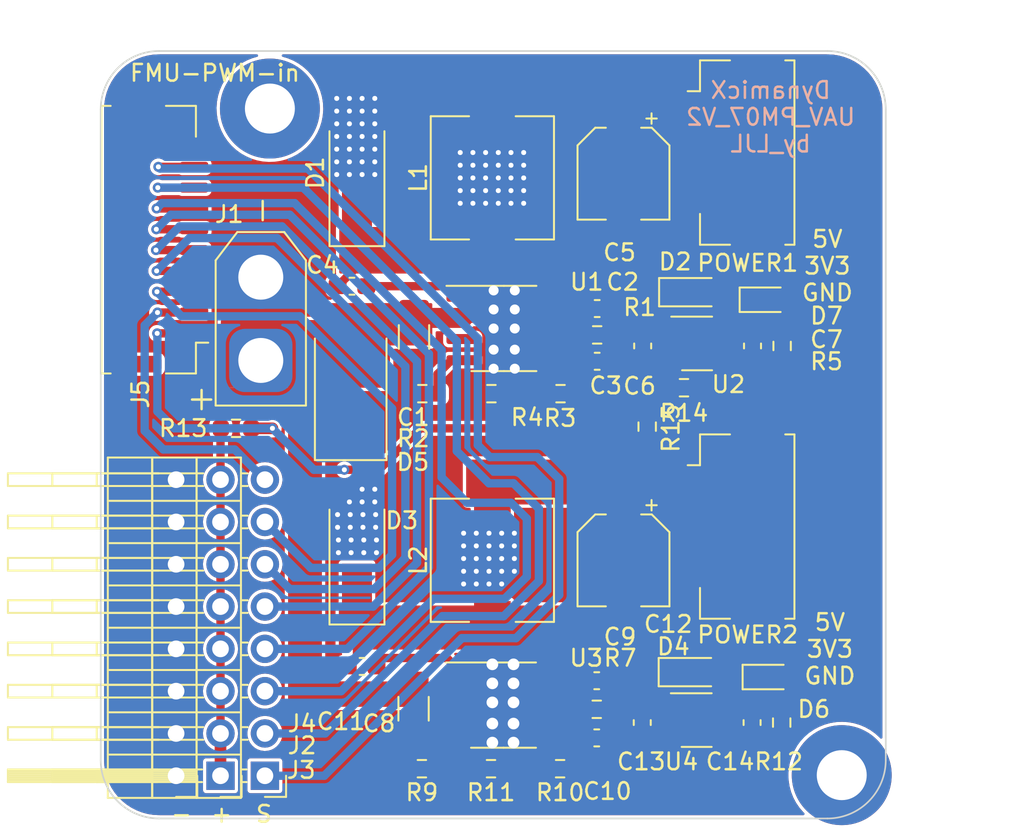
<source format=kicad_pcb>
(kicad_pcb (version 20211014) (generator pcbnew)
  (layers (0 "F.Cu" signal) (31 "B.Cu" signal) (34 "B.Paste" user) (35 "F.Paste" user) (36 "B.SilkS" user "B.Silkscreen") (37 "F.SilkS" user "F.Silkscreen") (38 "B.Mask" user) (39 "F.Mask" user) (44 "Edge.Cuts" user))
  (net 0 "")
  (net 1 "+24V")
  (net 2 "Earth")
  (net 3 "Net-(C2-Pad1)")
  (net 4 "Net-(C3-Pad1)")
  (net 5 "Net-(C4-Pad1)")
  (net 6 "Net-(C4-Pad2)")
  (net 7 "+5V")
  (net 8 "+3V3")
  (net 9 "Net-(R2-Pad1)")
  (net 10 "Net-(R3-Pad2)")
  (net 12 "/FMU_CH8")
  (net 13 "/FMU_CH7")
  (net 14 "/FMU_CH6")
  (net 15 "/FMU_CH5")
  (net 16 "/FMU_CH4")
  (net 17 "/FMU_CH3")
  (net 18 "/FMU_CH2")
  (net 19 "/FMU_CH1")
  (net 20 "/VDD_SERVO")
  (net 21 "Net-(C9-Pad1)")
  (net 22 "Net-(C10-Pad1)")
  (net 23 "Net-(C11-Pad1)")
  (net 24 "Net-(C11-Pad2)")
  (net 25 "/+5.0V")
  (net 26 "Net-(J2-Pad1)")
  (net 27 "Net-(R9-Pad1)")
  (net 28 "Net-(R10-Pad2)")
  (net 32 "/+3.3V")
  (net 33 "Net-(D6-Pad2)")
  (net 34 "Net-(D7-Pad2)")
  (footprint "Diode_SMD:D_SOD-323_HandSoldering" (layer "F.Cu") (at 104.3946 79.8166)
    (fp_text reference "D4")
    (fp_text value "1N4148")
  )
  (footprint "Capacitor_SMD:C_0603_1608Metric_Pad1.08x0.95mm_HandSolder" (layer "F.Cu") (at 84.074 56.642 180)
    (fp_text reference "C4")
    (fp_text value "100nF")
  )
  (footprint "Package_SO:SOIC-8-1EP_3.9x4.9mm_P1.27mm_EP2.29x3mm" (layer "F.Cu") (at 93.1746 81.7966)
    (fp_text reference "U3")
    (fp_text value "TPS54540B")
  )
  (footprint "Resistor_SMD:R_0603_1608Metric_Pad0.98x0.95mm_HandSolder" (layer "F.Cu") (at 92.4246 85.6166 180)
    (fp_text reference "R11")
    (fp_text value "12k")
  )
  (footprint "Resistor_SMD:R_0603_1608Metric_Pad0.98x0.95mm_HandSolder" (layer "F.Cu") (at 98.7746 82.049932)
    (fp_text reference "R7")
    (fp_text value "24k")
  )
  (footprint "Connector_AMASS:AMASS_XT30U-M_1x02_P5.0mm_Vertical" (layer "F.Cu") (at 78.6 56.1 -90)
    (fp_text reference "J1")
    (fp_text value "Conn_01x02")
  )
  (footprint "Resistor_SMD:R_0603_1608Metric_Pad0.98x0.95mm_HandSolder" (layer "F.Cu") (at 96.5746 85.6166 180)
    (fp_text reference "R10")
    (fp_text value "62k")
  )
  (footprint "Inductor_SMD:L_7.3x7.3_H4.5" (layer "F.Cu") (at 92.5068 50.1348 90)
    (fp_text reference "L1")
    (fp_text value "3.3uH")
  )
  (footprint "Connector_PinHeader_2.54mm:PinHeader_1x08_P2.54mm_Horizontal" (layer "F.Cu") (at 73.5138 86.0402 180)
    (fp_text reference "J4")
    (fp_text value "Conn_01x08")
  )
  (footprint "Resistor_SMD:R_0603_1608Metric_Pad0.98x0.95mm_HandSolder" (layer "F.Cu") (at 88.2746 85.6166 180)
    (fp_text reference "R9")
    (fp_text value "120k")
  )
  (footprint "Connector_Molex:Molex_CLIK-Mate_502382-0670_1x06-1MP_P1.25mm_Vertical" (layer "F.Cu") (at 107.0356 48.6156 -90)
    (fp_text reference "POWER1")
    (fp_text value "Conn_01x06")
  )
  (footprint "Capacitor_SMD:CP_Elec_5x5.4" (layer "F.Cu") (at 100.3808 49.8848 -90)
    (fp_text reference "C5")
    (fp_text value "47uF")
  )
  (footprint "Resistor_SMD:R_0603_1608Metric_Pad0.98x0.95mm_HandSolder" (layer "F.Cu") (at 88.3 63.095 180)
    (fp_text reference "R2")
    (fp_text value "100k")
  )
  (footprint "Capacitor_SMD:C_0603_1608Metric_Pad1.08x0.95mm_HandSolder" (layer "F.Cu") (at 108.129 60.23 -90)
    (fp_text reference "C7")
    (fp_text value "10uF")
  )
  (footprint "Capacitor_SMD:C_0603_1608Metric_Pad1.08x0.95mm_HandSolder" (layer "F.Cu") (at 101.5076 82.8466 90)
    (fp_text reference "C13")
    (fp_text value "10uF")
  )
  (footprint "Capacitor_SMD:C_0603_1608Metric_Pad1.08x0.95mm_HandSolder" (layer "F.Cu") (at 98.8 57.983333 180)
    (fp_text reference "C2")
    (fp_text value "2.2nF")
  )
  (footprint "Resistor_SMD:R_0603_1608Metric_Pad0.98x0.95mm_HandSolder" (layer "F.Cu") (at 77.1144 65.1764 180)
    (fp_text reference "R13")
    (fp_text value "0")
  )
  (footprint "Capacitor_SMD:C_0603_1608Metric_Pad1.08x0.95mm_HandSolder" (layer "F.Cu") (at 98.8 61.15)
    (fp_text reference "C3")
    (fp_text value "6.8pF")
  )
  (footprint "Capacitor_SMD:CP_Elec_5x5.4" (layer "F.Cu") (at 100.3808 73.1066 -90)
    (fp_text reference "C12")
    (fp_text value "47uF")
  )
  (footprint "Capacitor_SMD:C_0603_1608Metric_Pad1.08x0.95mm_HandSolder" (layer "F.Cu") (at 84.6836 79.4766 180)
    (fp_text reference "C11")
    (fp_text value "100nF")
  )
  (footprint "Diode_SMD:D_SMA_Handsoldering" (layer "F.Cu") (at 84.3746 72.5566 90)
    (fp_text reference "D3")
    (fp_text value "S510")
  )
  (footprint "Capacitor_SMD:C_0603_1608Metric_Pad1.08x0.95mm_HandSolder" (layer "F.Cu") (at 98.7746 83.7666)
    (fp_text reference "C10")
    (fp_text value "6.8pF")
  )
  (footprint "Connector_Molex:Molex_CLIK-Mate_502382-1070_1x10-1MP_P1.25mm_Vertical" (layer "F.Cu") (at 72.644 53.848 90)
    (fp_text reference "J5")
    (fp_text value "Conn_01x10")
  )
  (footprint "Resistor_SMD:R_0603_1608Metric_Pad0.98x0.95mm_HandSolder" (layer "F.Cu") (at 109.8816 82.8466 -90)
    (fp_text reference "R12")
    (fp_text value "1k")
  )
  (footprint "Package_SO:SOIC-8-1EP_3.9x4.9mm_P1.27mm_EP2.29x3mm" (layer "F.Cu") (at 93.2 59.18)
    (fp_text reference "U1")
    (fp_text value "TPS54540B")
  )
  (footprint "Resistor_SMD:R_0603_1608Metric_Pad0.98x0.95mm_HandSolder" (layer "F.Cu") (at 98.8 59.566666)
    (fp_text reference "R1")
    (fp_text value "24k")
  )
  (footprint "Capacitor_SMD:C_1206_3216Metric_Pad1.33x1.80mm_HandSolder" (layer "F.Cu") (at 87.7746 82.0166 -90)
    (fp_text reference "C8")
    (fp_text value "2.2uF")
  )
  (footprint "Resistor_SMD:R_0603_1608Metric_Pad0.98x0.95mm_HandSolder" (layer "F.Cu") (at 109.907 60.23 90)
    (fp_text reference "R5")
    (fp_text value "1k")
  )
  (footprint "Diode_SMD:D_SOD-323_HandSoldering" (layer "F.Cu") (at 104.42 57)
    (fp_text reference "D2")
    (fp_text value "1N4148")
  )
  (footprint "Package_TO_SOT_SMD:SOT-23-5_HandSoldering" (layer "F.Cu") (at 104.8 60.08)
    (fp_text reference "U2")
    (fp_text value "HX9193-33GB")
  )
  (footprint "LED_SMD:LED_0603_1608Metric_Pad1.05x0.95mm_HandSolder" (layer "F.Cu") (at 109.0168 57.4548)
    (fp_text reference "D7")
    (fp_text value "LED")
  )
  (footprint "Capacitor_SMD:C_1206_3216Metric_Pad1.33x1.80mm_HandSolder" (layer "F.Cu") (at 87.8 59.69 -90)
    (fp_text reference "C1")
    (fp_text value "2.2uF")
  )
  (footprint "Capacitor_SMD:C_0603_1608Metric_Pad1.08x0.95mm_HandSolder" (layer "F.Cu") (at 98.7746 80.333266 180)
    (fp_text reference "C9")
    (fp_text value "4.7nF")
  )
  (footprint "Package_TO_SOT_SMD:SOT-23-5_HandSoldering" (layer "F.Cu") (at 104.7746 82.6966)
    (fp_text reference "U4")
    (fp_text value "HX9193-33GB")
  )
  (footprint "LED_SMD:LED_0603_1608Metric_Pad1.05x0.95mm_HandSolder" (layer "F.Cu") (at 109.1946 80.1116)
    (fp_text reference "D6")
    (fp_text value "LED")
  )
  (footprint "Diode_SMD:D_SMB_Handsoldering" (layer "F.Cu") (at 84 62.484 90)
    (fp_text reference "D5")
    (fp_text value "D_TVS")
  )
  (footprint "Capacitor_SMD:C_0603_1608Metric_Pad1.08x0.95mm_HandSolder" (layer "F.Cu") (at 101.533 60.23 90)
    (fp_text reference "C6")
    (fp_text value "10uF")
  )
  (footprint "Capacitor_SMD:C_0603_1608Metric_Pad1.08x0.95mm_HandSolder" (layer "F.Cu") (at 108.1036 82.8466 -90)
    (fp_text reference "C14")
    (fp_text value "10uF")
  )
  (footprint "Resistor_SMD:R_0603_1608Metric_Pad0.98x0.95mm_HandSolder" (layer "F.Cu") (at 101.8032 65.0748 90)
    (fp_text reference "R15")
    (fp_text value "1M")
  )
  (footprint "Resistor_SMD:R_0603_1608Metric_Pad0.98x0.95mm_HandSolder" (layer "F.Cu") (at 96.6 63.095 180)
    (fp_text reference "R3")
    (fp_text value "62k")
  )
  (footprint "Connector_PinHeader_2.54mm:PinHeader_1x08_P2.54mm_Horizontal" (layer "F.Cu") (at 78.8478 86.0402 180)
    (fp_text reference "J3")
    (fp_text value "Conn_01x08")
  )
  (footprint "Inductor_SMD:L_7.3x7.3_H4.5" (layer "F.Cu") (at 92.5068 73.1012 90)
    (fp_text reference "L2")
    (fp_text value "4.7uH")
  )
  (footprint "Diode_SMD:D_SMA_Handsoldering" (layer "F.Cu") (at 84.3746 49.8348 90)
    (fp_text reference "D1")
    (fp_text value "SS54")
  )
  (footprint "Resistor_SMD:R_0603_1608Metric_Pad0.98x0.95mm_HandSolder" (layer "F.Cu") (at 104.013 62.738)
    (fp_text reference "R14")
    (fp_text value "1M")
  )
  (footprint "Connector_Molex:Molex_CLIK-Mate_502382-0670_1x06-1MP_P1.25mm_Vertical" (layer "F.Cu") (at 107.0356 71.0766 -90)
    (fp_text reference "POWER2")
    (fp_text value "Conn_01x06")
  )
  (footprint "Resistor_SMD:R_0603_1608Metric_Pad0.98x0.95mm_HandSolder" (layer "F.Cu") (at 92.45 63.095 180)
    (fp_text reference "R4")
    (fp_text value "12k")
  )
  (footprint "Connector_PinHeader_2.54mm:PinHeader_1x08_P2.54mm_Horizontal" (layer "F.Cu") (at 76.1808 86.0402 180)
    (fp_text reference "J2")
    (fp_text value "Conn_01x08")
  )
  (gr_arc (start 72.493072 88.60628) (mid 70.01348 87.5792) (end 68.9864 85.099608) (layer "Edge.Cuts") (width 0.1))
  (gr_line (start 116.130272 46.0248) (end 116.130272 85.099608) (layer "Edge.Cuts") (width 0.1))
  (gr_line (start 112.6236 88.60628) (end 72.493072 88.60628) (layer "Edge.Cuts") (width 0.1))
  (gr_arc (start 112.6236 42.518128) (mid 115.103192 43.545208) (end 116.130272 46.0248) (layer "Edge.Cuts") (width 0.1))
  (gr_line (start 68.9864 46.0248) (end 68.9864 85.099608) (layer "Edge.Cuts") (width 0.1))
  (gr_arc (start 68.9864 46.0248) (mid 70.01348 43.545208) (end 72.493072 42.518128) (layer "Edge.Cuts") (width 0.1))
  (gr_arc (start 116.130272 85.099608) (mid 115.103192 87.5792) (end 112.6236 88.60628) (layer "Edge.Cuts") (width 0.1))
  (gr_line (start 112.6236 42.518128) (end 72.493072 42.518128) (layer "Edge.Cuts") (width 0.1))
  (gr_text "DynamicX\nUAV_PM07_V2\nby_LJL" (at 109.22 46.482) (layer "B.SilkS") (effects (font (size 1 1)) (justify mirror)))
  (gr_text "S" (at 78.7908 88.3412) (layer "F.SilkS") (effects (font (size 1 1))))
  (gr_text "-" (at 73.8378 88.3412) (layer "F.SilkS") (effects (font (size 1 1))))
  (gr_text "5V\n3V3\nGND" (at 112.6236 55.4228) (layer "F.SilkS") (effects (font (size 1 1))))
  (gr_text "5V\n3V3\nGND" (at 112.776 78.4352) (layer "F.SilkS") (effects (font (size 1 1))))
  (gr_text "FMU-PWM-in" (at 75.8444 43.8404) (layer "F.SilkS") (effects (font (size 1 1))))
  (gr_text "+" (at 76.2508 88.3412) (layer "F.SilkS") (effects (font (size 1 1))))
  (via (at 113.4872 86.0044) (size 6) (drill 3) (layers "F.Cu" "B.Cu") (net 0))
  (via (at 79.1464 45.974) (size 6) (drill 3) (layers "F.Cu" "B.Cu") (net 0))
  (segment (start 87.7746 80.4541) (end 87.7746 80.6626) (width 1.2) (layer "F.Cu") (net 1))
  (segment (start 88.2736 81.1616) (end 90.6996 81.1616) (width 1.2) (layer "F.Cu") (net 1))
  (segment (start 87.7746 80.6626) (end 88.2736 81.1616) (width 1.2) (layer "F.Cu") (net 1))
  (segment (start 90.725 58.545) (end 88.2175 58.545) (width 1.2) (layer "F.Cu") (net 1))
  (segment (start 88.2175 58.545) (end 87.8 58.1275) (width 1.2) (layer "F.Cu") (net 1))
  (via (at 93.8276 72.9996) (size 0.6) (drill 0.3) (layers "F.Cu" "B.Cu") (net 2))
  (via (at 83.1596 49.9364) (size 0.6) (drill 0.3) (layers "F.Cu" "B.Cu") (net 2))
  (via (at 93.0656 73.7616) (size 0.6) (drill 0.3) (layers "F.Cu" "B.Cu") (net 2))
  (via (at 84.6836 47.6504) (size 0.6) (drill 0.3) (layers "F.Cu" "B.Cu") (net 2))
  (via (at 92.1004 50.1396) (size 0.6) (drill 0.3) (layers "F.Cu" "B.Cu") (net 2))
  (via (at 84.6836 48.4124) (size 0.6) (drill 0.3) (layers "F.Cu" "B.Cu") (net 2))
  (via (at 85.4456 45.3644) (size 0.6) (drill 0.3) (layers "F.Cu" "B.Cu") (net 2))
  (via (at 92.5068 80.4926) (size 1) (drill 0.7) (layers "F.Cu" "B.Cu") (net 2))
  (via (at 83.1596 46.1264) (size 0.6) (drill 0.3) (layers "F.Cu" "B.Cu") (net 2))
  (via (at 85.4456 69.596) (size 0.6) (drill 0.3) (layers "F.Cu" "B.Cu") (net 2))
  (via (at 84.7344 71.12) (size 0.6) (drill 0.3) (layers "F.Cu" "B.Cu") (net 2))
  (via (at 93.8276 73.7616) (size 0.6) (drill 0.3) (layers "F.Cu" "B.Cu") (net 2))
  (via (at 91.3384 49.3776) (size 0.6) (drill 0.3) (layers "F.Cu" "B.Cu") (net 2))
  (via (at 90.5764 49.3776) (size 0.6) (drill 0.3) (layers "F.Cu" "B.Cu") (net 2))
  (via (at 94.3864 50.1396) (size 0.6) (drill 0.3) (layers "F.Cu" "B.Cu") (net 2))
  (via (at 83.2104 71.12) (size 0.6) (drill 0.3) (layers "F.Cu" "B.Cu") (net 2))
  (via (at 91.5416 73.7616) (size 0.6) (drill 0.3) (layers "F.Cu" "B.Cu") (net 2))
  (via (at 84.0232 72.644) (size 0.6) (drill 0.3) (layers "F.Cu" "B.Cu") (net 2))
  (via (at 84.6836 49.9364) (size 0.6) (drill 0.3) (layers "F.Cu" "B.Cu") (net 2))
  (via (at 92.8624 49.3776) (size 0.6) (drill 0.3) (layers "F.Cu" "B.Cu") (net 2))
  (via (at 90.7796 72.2376) (size 0.6) (drill 0.3) (layers "F.Cu" "B.Cu") (net 2))
  (via (at 91.3384 51.6636) (size 0.6) (drill 0.3) (layers "F.Cu" "B.Cu") (net 2))
  (via (at 92.5068 82.9056) (size 1) (drill 0.7) (layers "F.Cu" "B.Cu") (net 2))
  (via (at 83.1596 46.8884) (size 0.6) (drill 0.3) (layers "F.Cu" "B.Cu") (net 2))
  (via (at 83.9724 70.358) (size 0.6) (drill 0.3) (layers "F.Cu" "B.Cu") (net 2))
  (via (at 85.4456 68.834) (size 0.6) (drill 0.3) (layers "F.Cu" "B.Cu") (net 2))
  (via (at 83.9216 45.3644) (size 0.6) (drill 0.3) (layers "F.Cu" "B.Cu") (net 2))
  (via (at 93.0656 72.9996) (size 0.6) (drill 0.3) (layers "F.Cu" "B.Cu") (net 2))
  (via (at 83.9216 46.8884) (size 0.6) (drill 0.3) (layers "F.Cu" "B.Cu") (net 2))
  (via (at 91.5416 74.5236) (size 0.6) (drill 0.3) (layers "F.Cu" "B.Cu") (net 2))
  (via (at 92.1004 51.6636) (size 0.6) (drill 0.3) (layers "F.Cu" "B.Cu") (net 2))
  (via (at 92.5068 79.3496) (size 1) (drill 0.7) (layers "F.Cu" "B.Cu") (net 2))
  (via (at 92.583 59.182) (size 1) (drill 0.6) (layers "F.Cu" "B.Cu") (net 2))
  (via (at 90.5764 48.6156) (size 0.6) (drill 0.3) (layers "F.Cu" "B.Cu") (net 2))
  (via (at 91.3384 48.6156) (size 0.6) (drill 0.3) (layers "F.Cu" "B.Cu") (net 2))
  (via (at 85.4456 49.1744) (size 0.6) (drill 0.3) (layers "F.Cu" "B.Cu") (net 2))
  (via (at 93.853 61.595) (size 1) (drill 0.6) (layers "F.Cu" "B.Cu") (net 2))
  (via (at 92.8624 50.9016) (size 0.6) (drill 0.3) (layers "F.Cu" "B.Cu") (net 2))
  (via (at 85.5472 71.882) (size 0.6) (drill 0.3) (layers "F.Cu" "B.Cu") (net 2))
  (via (at 83.1596 47.6504) (size 0.6) (drill 0.3) (layers "F.Cu" "B.Cu") (net 2))
  (via (at 93.6244 48.6156) (size 0.6) (drill 0.3) (layers "F.Cu" "B.Cu") (net 2))
  (via (at 93.853 58.039) (size 1) (drill 0.6) (layers "F.Cu" "B.Cu") (net 2))
  (via (at 83.9216 46.1264) (size 0.6) (drill 0.3) (layers "F.Cu" "B.Cu") (net 2))
  (via (at 83.9216 69.596) (size 0.6) (drill 0.3) (layers "F.Cu" "B.Cu") (net 2))
  (via (at 93.6244 51.6636) (size 0.6) (drill 0.3) (layers "F.Cu" "B.Cu") (net 2))
  (via (at 92.5068 81.6356) (size 1) (drill 0.7) (layers "F.Cu" "B.Cu") (net 2))
  (via (at 91.3384 50.9016) (size 0.6) (drill 0.3) (layers "F.Cu" "B.Cu") (net 2))
  (via (at 93.8276 72.2376) (size 0.6) (drill 0.3) (layers "F.Cu" "B.Cu") (net 2))
  (via (at 83.9216 47.6504) (size 0.6) (drill 0.3) (layers "F.Cu" "B.Cu") (net 2))
  (via (at 91.5416 72.2376) (size 0.6) (drill 0.3) (layers "F.Cu" "B.Cu") (net 2))
  (via (at 94.3864 50.9016) (size 0.6) (drill 0.3) (layers "F.Cu" "B.Cu") (net 2))
  (via (at 84.6836 46.8884) (size 0.6) (drill 0.3) (layers "F.Cu" "B.Cu") (net 2))
  (via (at 92.583 61.595) (size 1) (drill 0.6) (layers "F.Cu" "B.Cu") (net 2))
  (via (at 93.0656 71.4756) (size 0.6) (drill 0.3) (layers "F.Cu" "B.Cu") (net 2))
  (via (at 85.4456 49.9364) (size 0.6) (drill 0.3) (layers "F.Cu" "B.Cu") (net 2))
  (via (at 83.1596 49.1744) (size 0.6) (drill 0.3) (layers "F.Cu" "B.Cu") (net 2))
  (via (at 93.0656 72.2376) (size 0.6) (drill 0.3) (layers "F.Cu" "B.Cu") (net 2))
  (via (at 92.3036 72.2376) (size 0.6) (drill 0.3) (layers "F.Cu" "B.Cu") (net 2))
  (via (at 93.7768 81.6356) (size 1) (drill 0.7) (layers "F.Cu" "B.Cu") (net 2))
  (via (at 83.2104 70.358) (size 0.6) (drill 0.3) (layers "F.Cu" "B.Cu") (net 2))
  (via (at 93.6244 49.3776) (size 0.6) (drill 0.3) (layers "F.Cu" "B.Cu") (net 2))
  (via (at 84.0232 71.882) (size 0.6) (drill 0.3) (layers "F.Cu" "B.Cu") (net 2))
  (via (at 84.6836 46.1264) (size 0.6) (drill 0.3) (layers "F.Cu" "B.Cu") (net 2))
  (via (at 90.7796 74.5236) (size 0.6) (drill 0.3) (layers "F.Cu" "B.Cu") (net 2))
  (via (at 83.1596 48.4124) (size 0.6) (drill 0.3) (layers "F.Cu" "B.Cu") (net 2))
  (via (at 85.4456 46.8884) (size 0.6) (drill 0.3) (layers "F.Cu" "B.Cu") (net 2))
  (via (at 93.7768 84.0486) (size 1) (drill 0.7) (layers "F.Cu" "B.Cu") (net 2))
  (via (at 93.6244 50.1396) (size 0.6) (drill 0.3) (layers "F.Cu" "B.Cu") (net 2))
  (via (at 92.583 56.896) (size 1) (drill 0.6) (layers "F.Cu" "B.Cu") (net 2))
  (via (at 85.4456 46.1264) (size 0.6) (drill 0.3) (layers "F.Cu" "B.Cu") (net 2))
  (via (at 92.3036 73.7616) (size 0.6) (drill 0.3) (layers "F.Cu" "B.Cu") (net 2))
  (via (at 85.5472 72.644) (size 0.6) (drill 0.3) (layers "F.Cu" "B.Cu") (net 2))
  (via (at 94.3864 51.6636) (size 0.6) (drill 0.3) (layers "F.Cu" "B.Cu") (net 2))
  (via (at 93.7768 80.4926) (size 1) (drill 0.7) (layers "F.Cu" "B.Cu") (net 2))
  (via (at 91.5416 72.9996) (size 0.6) (drill 0.3) (layers "F.Cu" "B.Cu") (net 2))
  (via (at 85.4456 47.6504) (size 0.6) (drill 0.3) (layers "F.Cu" "B.Cu") (net 2))
  (via (at 84.6836 45.3644) (size 0.6) (drill 0.3) (layers "F.Cu" "B.Cu") (net 2))
  (via (at 92.8624 48.6156) (size 0.6) (drill 0.3) (layers "F.Cu" "B.Cu") (net 2))
  (via (at 83.9216 48.4124) (size 0.6) (drill 0.3) (layers "F.Cu" "B.Cu") (net 2))
  (via (at 93.0656 74.5236) (size 0.6) (drill 0.3) (layers "F.Cu" "B.Cu") (net 2))
  (via (at 94.3864 48.6156) (size 0.6) (drill 0.3) (layers "F.Cu" "B.Cu") (net 2))
  (via (at 85.4964 70.358) (size 0.6) (drill 0.3) (layers "F.Cu" "B.Cu") (net 2))
  (via (at 93.7768 82.9056) (size 1) (drill 0.7) (layers "F.Cu" "B.Cu") (net 2))
  (via (at 83.9724 71.12) (size 0.6) (drill 0.3) (layers "F.Cu" "B.Cu") (net 2))
  (via (at 92.583 60.452) (size 1) (drill 0.6) (layers "F.Cu" "B.Cu") (net 2))
  (via (at 90.5764 50.9016) (size 0.6) (drill 0.3) (layers "F.Cu" "B.Cu") (net 2))
  (via (at 83.2612 71.882) (size 0.6) (drill 0.3) (layers "F.Cu" "B.Cu") (net 2))
  (via (at 85.4456 48.4124) (size 0.6) (drill 0.3) (layers "F.Cu" "B.Cu") (net 2))
  (via (at 84.6836 49.1744) (size 0.6) (drill 0.3) (layers "F.Cu" "B.Cu") (net 2))
  (via (at 93.8276 71.4756) (size 0.6) (drill 0.3) (layers "F.Cu" "B.Cu") (net 2))
  (via (at 92.3036 72.9996) (size 0.6) (drill 0.3) (layers "F.Cu" "B.Cu") (net 2))
  (via (at 94.3864 49.3776) (size 0.6) (drill 0.3) (layers "F.Cu" "B.Cu") (net 2))
  (via (at 93.853 59.182) (size 1) (drill 0.6) (layers "F.Cu" "B.Cu") (net 2))
  (via (at 90.7796 73.7616) (size 0.6) (drill 0.3) (layers "F.Cu" "B.Cu") (net 2))
  (via (at 92.8624 51.6636) (size 0.6) (drill 0.3) (layers "F.Cu" "B.Cu") (net 2))
  (via (at 84.7852 71.882) (size 0.6) (drill 0.3) (layers "F.Cu" "B.Cu") (net 2))
  (via (at 93.853 60.452) (size 1) (drill 0.6) (layers "F.Cu" "B.Cu") (net 2))
  (via (at 83.1596 45.3644) (size 0.6) (drill 0.3) (layers "F.Cu" "B.Cu") (net 2))
  (via (at 90.5764 50.1396) (size 0.6) (drill 0.3) (layers "F.Cu" "B.Cu") (net 2))
  (via (at 93.6244 50.9016) (size 0.6) (drill 0.3) (layers "F.Cu" "B.Cu") (net 2))
  (via (at 93.853 56.896) (size 1) (drill 0.6) (layers "F.Cu" "B.Cu") (net 2))
  (via (at 91.3384 50.1396) (size 0.6) (drill 0.3) (layers "F.Cu" "B.Cu") (net 2))
  (via (at 90.7796 72.9996) (size 0.6) (drill 0.3) (layers "F.Cu" "B.Cu") (net 2))
  (via (at 83.9216 49.1744) (size 0.6) (drill 0.3) (layers "F.Cu" "B.Cu") (net 2))
  (via (at 84.6836 69.596) (size 0.6) (drill 0.3) (layers "F.Cu" "B.Cu") (net 2))
  (via (at 92.5068 84.0486) (size 1) (drill 0.7) (layers "F.Cu" "B.Cu") (net 2))
  (via (at 90.5764 51.6636) (size 0.6) (drill 0.3) (layers "F.Cu" "B.Cu") (net 2))
  (via (at 91.5416 71.4756) (size 0.6) (drill 0.3) (layers "F.Cu" "B.Cu") (net 2))
  (via (at 84.6836 68.834) (size 0.6) (drill 0.3) (layers "F.Cu" "B.Cu") (net 2))
  (via (at 92.583 58.039) (size 1) (drill 0.6) (layers "F.Cu" "B.Cu") (net 2))
  (via (at 92.8624 50.1396) (size 0.6) (drill 0.3) (layers "F.Cu" "B.Cu") (net 2))
  (via (at 93.7768 79.3496) (size 1) (drill 0.7) (layers "F.Cu" "B.Cu") (net 2))
  (via (at 84.7344 70.358) (size 0.6) (drill 0.3) (layers "F.Cu" "B.Cu") (net 2))
  (via (at 90.7796 71.4756) (size 0.6) (drill 0.3) (layers "F.Cu" "B.Cu") (net 2))
  (via (at 92.1004 50.9016) (size 0.6) (drill 0.3) (layers "F.Cu" "B.Cu") (net 2))
  (via (at 83.2612 72.644) (size 0.6) (drill 0.3) (layers "F.Cu" "B.Cu") (net 2))
  (via (at 92.1004 49.3776) (size 0.6) (drill 0.3) (layers "F.Cu" "B.Cu") (net 2))
  (via (at 84.7852 72.644) (size 0.6) (drill 0.3) (layers "F.Cu" "B.Cu") (net 2))
  (via (at 92.3036 74.5236) (size 0.6) (drill 0.3) (layers "F.Cu" "B.Cu") (net 2))
  (via (at 85.4964 71.12) (size 0.6) (drill 0.3) (layers "F.Cu" "B.Cu") (net 2))
  (via (at 92.1004 48.6156) (size 0.6) (drill 0.3) (layers "F.Cu" "B.Cu") (net 2))
  (via (at 92.3036 71.4756) (size 0.6) (drill 0.3) (layers "F.Cu" "B.Cu") (net 2))
  (via (at 83.9216 49.9364) (size 0.6) (drill 0.3) (layers "F.Cu" "B.Cu") (net 2))
  (segment (start 99.6625 59.516666) (end 99.7125 59.566666) (width 0.5) (layer "F.Cu") (net 3))
  (segment (start 99.6625 57.983333) (end 99.6625 59.516666) (width 0.5) (layer "F.Cu") (net 3))
  (segment (start 97.8875 61.1) (end 97.9375 61.15) (width 0.5) (layer "F.Cu") (net 4))
  (segment (start 95.675 59.815) (end 97.639166 59.815) (width 0.5) (layer "F.Cu") (net 4))
  (segment (start 97.8875 59.566666) (end 97.8875 61.1) (width 0.5) (layer "F.Cu") (net 4))
  (segment (start 97.639166 59.815) (end 97.8875 59.566666) (width 0.5) (layer "F.Cu") (net 4))
  (segment (start 84.9365 56.642) (end 90.092 56.642) (width 0.5) (layer "F.Cu") (net 5))
  (segment (start 90.092 56.642) (end 90.725 57.275) (width 0.5) (layer "F.Cu") (net 5))
  (segment (start 84.4 52.46) (end 84.4 55.4535) (width 0.5) (layer "F.Cu") (net 6))
  (segment (start 84.4 55.4535) (end 83.2115 56.642) (width 0.5) (layer "F.Cu") (net 6))
  (segment (start 101.9048 49.2088) (end 100.3808 47.6848) (width 0.5) (layer "F.Cu") (net 7))
  (segment (start 103.17 57) (end 103.17 55.3164) (width 0.5) (layer "F.Cu") (net 7))
  (segment (start 104.679511 60.674489) (end 104.679511 59.467511) (width 0.5) (layer "F.Cu") (net 7))
  (segment (start 104.679511 59.467511) (end 104.342 59.13) (width 0.5) (layer "F.Cu") (net 7))
  (segment (start 104.324 61.03) (end 104.679511 60.674489) (width 0.5) (layer "F.Cu") (net 7))
  (segment (start 103.45 61.03) (end 104.324 61.03) (width 0.5) (layer "F.Cu") (net 7))
  (segment (start 101.533 62.17) (end 102.5325 62.17) (width 0.5) (layer "F.Cu") (net 7))
  (segment (start 102.5325 62.17) (end 103.1005 62.738) (width 0.5) (layer "F.Cu") (net 7))
  (segment (start 100.608 63.095) (end 101.533 62.17) (width 0.5) (layer "F.Cu") (net 7))
  (segment (start 101.9048 54.0512) (end 101.9048 49.2088) (width 0.5) (layer "F.Cu") (net 7))
  (segment (start 104.342 59.13) (end 103.45 59.13) (width 0.5) (layer "F.Cu") (net 7))
  (segment (start 101.533 61.0925) (end 103.3875 61.0925) (width 0.5) (layer "F.Cu") (net 7))
  (segment (start 103.3875 61.0925) (end 103.45 61.03) (width 0.5) (layer "F.Cu") (net 7))
  (segment (start 97.5125 63.095) (end 100.608 63.095) (width 0.5) (layer "F.Cu") (net 7))
  (segment (start 101.533 62.17) (end 101.533 61.0925) (width 0.5) (layer "F.Cu") (net 7))
  (segment (start 103.17 55.3164) (end 101.9048 54.0512) (width 0.5) (layer "F.Cu") (net 7))
  (segment (start 103.17 58.85) (end 103.45 59.13) (width 0.5) (layer "F.Cu") (net 7))
  (segment (start 103.17 57) (end 103.17 58.85) (width 0.5) (layer "F.Cu") (net 7))
  (segment (start 108.129 59.3675) (end 109.857 59.3675) (width 0.5) (layer "F.Cu") (net 8))
  (segment (start 103.2256 53.086) (end 105.67 55.5304) (width 0.7) (layer "F.Cu") (net 8))
  (segment (start 106.7308 48.9712) (end 106.4614 49.2406) (width 0.7) (layer "F.Cu") (net 8))
  (segment (start 106.309 47.9906) (end 106.7308 48.4124) (width 0.7) (layer "F.Cu") (net 8))
  (segment (start 107.8915 59.13) (end 108.129 59.3675) (width 0.5) (layer "F.Cu") (net 8))
  (segment (start 103.2256 49.6316) (end 103.2256 53.086) (width 0.7) (layer "F.Cu") (net 8))
  (segment (start 108.129 59.3675) (end 106.934 58.1725) (width 0.5) (layer "F.Cu") (net 8))
  (segment (start 106.15 59.13) (end 107.8915 59.13) (width 0.5) (layer "F.Cu") (net 8))
  (segment (start 103.6166 49.2406) (end 103.2256 49.6316) (width 0.7) (layer "F.Cu") (net 8))
  (segment (start 106.934 57.404) (end 106.53 57) (width 0.5) (layer "F.Cu") (net 8))
  (segment (start 105.67 55.5304) (end 105.67 57) (width 0.7) (layer "F.Cu") (net 8))
  (segment (start 105.0856 49.2406) (end 103.6166 49.2406) (width 0.7) (layer "F.Cu") (net 8))
  (segment (start 106.7308 48.4124) (end 106.7308 48.9712) (width 0.7) (layer "F.Cu") (net 8))
  (segment (start 106.4614 49.2406) (end 105.0856 49.2406) (width 0.7) (layer "F.Cu") (net 8))
  (segment (start 106.934 58.1725) (end 106.934 57.404) (width 0.5) (layer "F.Cu") (net 8))
  (segment (start 105.0856 47.9906) (end 106.309 47.9906) (width 0.7) (layer "F.Cu") (net 8))
  (segment (start 109.857 59.3675) (end 109.907 59.3175) (width 0.5) (layer "F.Cu") (net 8))
  (segment (start 106.53 57) (end 105.67 57) (width 0.5) (layer "F.Cu") (net 8))
  (segment (start 89.2125 63.095) (end 89.2125 61.9175) (width 0.5) (layer "F.Cu") (net 9))
  (segment (start 90.045 61.085) (end 90.725 61.085) (width 0.5) (layer "F.Cu") (net 9))
  (segment (start 89.2125 61.9175) (end 90.045 61.085) (width 0.5) (layer "F.Cu") (net 9))
  (segment (start 95.675 61.085) (end 96.363407 61.085) (width 0.5) (layer "F.Cu") (net 10))
  (segment (start 96.774 62.23) (end 95.909 63.095) (width 0.5) (layer "F.Cu") (net 10))
  (segment (start 96.363407 61.085) (end 96.774 61.495593) (width 0.5) (layer "F.Cu") (net 10))
  (segment (start 93.3625 63.095) (end 95.6875 63.095) (width 0.5) (layer "F.Cu") (net 10))
  (segment (start 95.909 63.095) (end 95.6875 63.095) (width 0.5) (layer "F.Cu") (net 10))
  (segment (start 96.774 61.495593) (end 96.774 62.23) (width 0.5) (layer "F.Cu") (net 10))
  (segment (start 74.594 49.473) (end 72.447 49.473) (width 0.5) (layer "F.Cu") (net 12))
  (via (at 72.447 49.473) (size 0.6) (drill 0.3) (layers "F.Cu" "B.Cu") (net 12))
  (segment (start 78.8478 86.0402) (end 82.4126 86.0402) (width 0.5) (layer "B.Cu") (net 12))
  (segment (start 81.427511 49.575911) (end 72.549911 49.575911) (width 0.5) (layer "B.Cu") (net 12))
  (segment (start 93.9292 77.7748) (end 96.52 75.184) (width 0.5) (layer "B.Cu") (net 12))
  (segment (start 91.633489 59.781889) (end 81.427511 49.575911) (width 0.5) (layer "B.Cu") (net 12))
  (segment (start 95.1992 66.9036) (end 92.3544 66.9036) (width 0.5) (layer "B.Cu") (net 12))
  (segment (start 96.52 75.184) (end 96.52 68.2244) (width 0.5) (layer "B.Cu") (net 12))
  (segment (start 90.678 77.7748) (end 93.9292 77.7748) (width 0.5) (layer "B.Cu") (net 12))
  (segment (start 96.52 68.2244) (end 95.1992 66.9036) (width 0.5) (layer "B.Cu") (net 12))
  (segment (start 82.4126 86.0402) (end 90.678 77.7748) (width 0.5) (layer "B.Cu") (net 12))
  (segment (start 72.549911 49.575911) (end 72.447 49.473) (width 0.5) (layer "B.Cu") (net 12))
  (segment (start 92.3544 66.9036) (end 91.633489 66.182689) (width 0.5) (layer "B.Cu") (net 12))
  (segment (start 91.633489 66.182689) (end 91.633489 59.781889) (width 0.5) (layer "B.Cu") (net 12))
  (segment (start 74.594 50.723) (end 72.4146 50.723) (width 0.5) (layer "F.Cu") (net 13))
  (via (at 72.4146 50.723) (size 0.6) (drill 0.3) (layers "F.Cu" "B.Cu") (net 13))
  (segment (start 89.5096 76.454) (end 82.4634 83.5002) (width 0.5) (layer "B.Cu") (net 13))
  (segment (start 93.19127 76.454) (end 89.5096 76.454) (width 0.5) (layer "B.Cu") (net 13))
  (segment (start 72.4146 50.723) (end 81.2554 50.723) (width 0.5) (layer "B.Cu") (net 13))
  (segment (start 95.3008 74.34447) (end 93.19127 76.454) (width 0.5) (layer "B.Cu") (net 13))
  (segment (start 81.2554 50.8262) (end 90.3732 59.944) (width 0.5) (layer "B.Cu") (net 13))
  (segment (start 81.2554 50.723) (end 81.2554 50.8262) (width 0.5) (layer "B.Cu") (net 13))
  (segment (start 95.3008 70.0024) (end 95.3008 74.34447) (width 0.5) (layer "B.Cu") (net 13))
  (segment (start 93.7768 68.4784) (end 95.3008 70.0024) (width 0.5) (layer "B.Cu") (net 13))
  (segment (start 92.3036 68.4784) (end 93.7768 68.4784) (width 0.5) (layer "B.Cu") (net 13))
  (segment (start 82.4634 83.5002) (end 78.8478 83.5002) (width 0.5) (layer "B.Cu") (net 13))
  (segment (start 90.3732 66.548) (end 92.3036 68.4784) (width 0.5) (layer "B.Cu") (net 13))
  (segment (start 90.3732 59.944) (end 90.3732 66.548) (width 0.5) (layer "B.Cu") (net 13))
  (segment (start 74.594 51.973) (end 72.3438 51.973) (width 0.5) (layer "F.Cu") (net 14))
  (via (at 72.3438 51.973) (size 0.6) (drill 0.3) (layers "F.Cu" "B.Cu") (net 14))
  (segment (start 89.4588 68.1228) (end 90.9828 69.6468) (width 0.5) (layer "B.Cu") (net 14))
  (segment (start 93.6244 69.6468) (end 94.577111 70.599511) (width 0.5) (layer "B.Cu") (net 14))
  (segment (start 72.3438 51.973) (end 72.66487 51.65193) (width 0.5) (layer "B.Cu") (net 14))
  (segment (start 80.632 51.65193) (end 89.4588 60.47873) (width 0.5) (layer "B.Cu") (net 14))
  (segment (start 89.4588 60.47873) (end 89.4588 68.1228) (width 0.5) (layer "B.Cu") (net 14))
  (segment (start 94.577111 74.078889) (end 93.2434 75.4126) (width 0.5) (layer "B.Cu") (net 14))
  (segment (start 83.4286 80.9602) (end 78.8478 80.9602) (width 0.5) (layer "B.Cu") (net 14))
  (segment (start 94.577111 70.599511) (end 94.577111 74.078889) (width 0.5) (layer "B.Cu") (net 14))
  (segment (start 88.9762 75.4126) (end 83.4286 80.9602) (width 0.5) (layer "B.Cu") (net 14))
  (segment (start 93.2434 75.4126) (end 88.9762 75.4126) (width 0.5) (layer "B.Cu") (net 14))
  (segment (start 90.9828 69.6468) (end 93.6244 69.6468) (width 0.5) (layer "B.Cu") (net 14))
  (segment (start 72.66487 51.65193) (end 80.632 51.65193) (width 0.5) (layer "B.Cu") (net 14))
  (segment (start 74.594 53.223) (end 72.3238 53.223) (width 0.5) (layer "F.Cu") (net 15))
  (via (at 72.3238 53.223) (size 0.6) (drill 0.3) (layers "F.Cu" "B.Cu") (net 15))
  (segment (start 88.6968 73.52218) (end 83.79878 78.4202) (width 0.5) (layer "B.Cu") (net 15))
  (segment (start 73.195351 52.351449) (end 80.342249 52.351449) (width 0.5) (layer "B.Cu") (net 15))
  (segment (start 72.3238 53.223) (end 73.195351 52.351449) (width 0.5) (layer "B.Cu") (net 15))
  (segment (start 80.342249 52.351449) (end 88.6968 60.706) (width 0.5) (layer "B.Cu") (net 15))
  (segment (start 88.6968 60.706) (end 88.6968 73.52218) (width 0.5) (layer "B.Cu") (net 15))
  (segment (start 83.79878 78.4202) (end 78.8478 78.4202) (width 0.5) (layer "B.Cu") (net 15))
  (segment (start 74.594 54.473) (end 72.3038 54.473) (width 0.5) (layer "F.Cu") (net 16))
  (via (at 72.3038 54.473) (size 0.6) (drill 0.3) (layers "F.Cu" "B.Cu") (net 16))
  (segment (start 73.725831 53.050969) (end 79.873369 53.050969) (width 0.5) (layer "B.Cu") (net 16))
  (segment (start 87.982539 73.247171) (end 87.98254 72.84414) (width 0.5) (layer "B.Cu") (net 16))
  (segment (start 79.873369 53.050969) (end 87.98254 61.16014) (width 0.5) (layer "B.Cu") (net 16))
  (segment (start 72.3038 54.473) (end 73.725831 53.050969) (width 0.5) (layer "B.Cu") (net 16))
  (segment (start 85.34951 75.8802) (end 78.8478 75.8802) (width 0.5) (layer "B.Cu") (net 16))
  (segment (start 87.98254 61.16014) (end 87.98254 72.84414) (width 0.5) (layer "B.Cu") (net 16))
  (segment (start 85.34951 75.8802) (end 87.982539 73.247171) (width 0.5) (layer "B.Cu") (net 16))
  (segment (start 74.594 55.723) (end 72.3438 55.723) (width 0.5) (layer "F.Cu") (net 17))
  (via (at 72.3438 55.723) (size 0.6) (drill 0.3) (layers "F.Cu" "B.Cu") (net 17))
  (segment (start 85.41204 74.8284) (end 87.28302 72.95742) (width 0.5) (layer "B.Cu") (net 17))
  (segment (start 74.316311 53.750489) (end 72.3438 55.723) (width 0.5) (layer "B.Cu") (net 17))
  (segment (start 87.28302 72.95742) (end 87.28302 61.460308) (width 0.5) (layer "B.Cu") (net 17))
  (segment (start 79.5732 53.750489) (end 74.316311 53.750489) (width 0.5) (layer "B.Cu") (net 17))
  (segment (start 78.8478 73.3402) (end 80.336 74.8284) (width 0.5) (layer "B.Cu") (net 17))
  (segment (start 87.28302 61.460308) (end 79.5732 53.750489) (width 0.5) (layer "B.Cu") (net 17))
  (segment (start 80.336 74.8284) (end 85.41204 74.8284) (width 0.5) (layer "B.Cu") (net 17))
  (segment (start 74.594 56.973) (end 72.3638 56.973) (width 0.5) (layer "F.Cu") (net 18))
  (via (at 72.3638 56.973) (size 0.6) (drill 0.3) (layers "F.Cu" "B.Cu") (net 18))
  (segment (start 81.606 73.5584) (end 85.69277 73.5584) (width 0.5) (layer "B.Cu") (net 18))
  (segment (start 86.483585 72.767585) (end 86.483585 63.986015) (width 0.5) (layer "B.Cu") (net 18))
  (segment (start 78.8478 70.8002) (end 81.606 73.5584) (width 0.5) (layer "B.Cu") (net 18))
  (segment (start 86.483585 63.986015) (end 80.947081 58.449511) (width 0.5) (layer "B.Cu") (net 18))
  (segment (start 80.947081 58.449511) (end 73.840311 58.449511) (width 0.5) (layer "B.Cu") (net 18))
  (segment (start 85.69277 73.5584) (end 86.483585 72.767585) (width 0.5) (layer "B.Cu") (net 18))
  (segment (start 73.840311 58.449511) (end 72.3638 56.973) (width 0.5) (layer "B.Cu") (net 18))
  (segment (start 74.146151 58.223) (end 74.139951 58.2168) (width 0.5) (layer "F.Cu") (net 19))
  (segment (start 74.594 58.223) (end 74.146151 58.223) (width 0.5) (layer "F.Cu") (net 19))
  (segment (start 74.594 58.223) (end 72.3962 58.223) (width 0.5) (layer "F.Cu") (net 19))
  (via (at 72.3962 58.223) (size 0.6) (drill 0.3) (layers "F.Cu" "B.Cu") (net 19))
  (segment (start 72.7456 66.4464) (end 77.034 66.4464) (width 0.5) (layer "B.Cu") (net 19))
  (segment (start 71.626689 58.992511) (end 71.626689 65.327489) (width 0.5) (layer "B.Cu") (net 19))
  (segment (start 71.626689 65.327489) (end 72.7456 66.4464) (width 0.5) (layer "B.Cu") (net 19))
  (segment (start 77.034 66.4464) (end 78.8478 68.2602) (width 0.5) (layer "B.Cu") (net 19))
  (segment (start 72.3962 58.223) (end 71.626689 58.992511) (width 0.5) (layer "B.Cu") (net 19))
  (segment (start 78.0269 65.1764) (end 79.2988 65.1764) (width 0.7) (layer "F.Cu") (net 20))
  (segment (start 85.6996 67.6656) (end 83.6168 67.6656) (width 0.5) (layer "F.Cu") (net 20))
  (segment (start 101.8032 64.1623) (end 100.7891 65.1764) (width 0.5) (layer "F.Cu") (net 20))
  (segment (start 74.594 59.473) (end 72.3762 59.473) (width 0.5) (layer "F.Cu") (net 20))
  (segment (start 104.9255 63.6289) (end 104.3921 64.1623) (width 0.5) (layer "F.Cu") (net 20))
  (segment (start 104.9255 62.738) (end 104.9255 63.6289) (width 0.5) (layer "F.Cu") (net 20))
  (segment (start 100.7891 65.1764) (end 88.1888 65.1764) (width 0.5) (layer "F.Cu") (net 20))
  (segment (start 104.3921 64.1623) (end 101.8032 64.1623) (width 0.5) (layer "F.Cu") (net 20))
  (segment (start 88.1888 65.1764) (end 85.6996 67.6656) (width 0.5) (layer "F.Cu") (net 20))
  (via (at 79.2988 65.1764) (size 0.6) (drill 0.3) (layers "F.Cu" "B.Cu") (net 20))
  (via (at 83.6168 67.6656) (size 0.6) (drill 0.3) (layers "F.Cu" "B.Cu") (net 20))
  (via (at 72.3762 59.473) (size 0.6) (drill 0.3) (layers "F.Cu" "B.Cu") (net 20))
  (segment (start 72.39 59.4868) (end 72.39 64.1604) (width 0.5) (layer "B.Cu") (net 20))
  (segment (start 81.788 67.6656) (end 79.2988 65.1764) (width 0.5) (layer "B.Cu") (net 20))
  (segment (start 83.6168 67.6656) (end 81.788 67.6656) (width 0.5) (layer "B.Cu") (net 20))
  (segment (start 73.406 65.1764) (end 79.2988 65.1764) (width 0.5) (layer "B.Cu") (net 20))
  (segment (start 72.3762 59.473) (end 72.39 59.4868) (width 0.5) (layer "B.Cu") (net 20))
  (segment (start 72.39 64.1604) (end 73.406 65.1764) (width 0.5) (layer "B.Cu") (net 20))
  (segment (start 99.6371 81.999932) (end 99.6871 82.049932) (width 0.5) (layer "F.Cu") (net 21))
  (segment (start 99.6371 80.333266) (end 99.6371 81.999932) (width 0.5) (layer "F.Cu") (net 21))
  (segment (start 95.6496 82.4316) (end 97.480432 82.4316) (width 0.5) (layer "F.Cu") (net 22))
  (segment (start 97.8621 83.7166) (end 97.9121 83.7666) (width 0.5) (layer "F.Cu") (net 22))
  (segment (start 97.480432 82.4316) (end 97.8621 82.049932) (width 0.5) (layer "F.Cu") (net 22))
  (segment (start 97.8621 82.049932) (end 97.8621 83.7166) (width 0.5) (layer "F.Cu") (net 22))
  (segment (start 85.5461 79.3761) (end 85.9536 78.9686) (width 0.5) (layer "F.Cu") (net 23))
  (segment (start 85.9536 78.9686) (end 89.7766 78.9686) (width 0.5) (layer "F.Cu") (net 23))
  (segment (start 89.7766 78.9686) (end 90.6996 79.8916) (width 0.5) (layer "F.Cu") (net 23))
  (segment (start 85.5461 79.4766) (end 85.5461 79.3761) (width 0.5) (layer "F.Cu") (net 23))
  (segment (start 84.3746 75.0566) (end 84.3746 78.9231) (width 0.5) (layer "F.Cu") (net 24))
  (segment (start 84.3746 78.9231) (end 83.8211 79.4766) (width 0.5) (layer "F.Cu") (net 24))
  (segment (start 97.4871 85.6166) (end 99.6001 85.6166) (width 0.5) (layer "F.Cu") (net 25))
  (segment (start 103.1446 81.4666) (end 103.4246 81.7466) (width 0.5) (layer "F.Cu") (net 25))
  (segment (start 101.031 70.9066) (end 102.0572 71.9328) (width 0.7) (layer "F.Cu") (net 25))
  (segment (start 104.5166 83.6466) (end 103.4246 83.6466) (width 0.5) (layer "F.Cu") (net 25))
  (segment (start 102.0572 78.7292) (end 103.1446 79.8166) (width 0.7) (layer "F.Cu") (net 25))
  (segment (start 103.3621 83.7091) (end 103.4246 83.6466) (width 0.5) (layer "F.Cu") (net 25))
  (segment (start 103.0036 67.9516) (end 105.0856 67.9516) (width 0.5) (layer "F.Cu") (net 25))
  (segment (start 101.8032 65.9873) (end 101.8032 66.7512) (width 0.5) (layer "F.Cu") (net 25))
  (segment (start 100.3808 70.9066) (end 101.031 70.9066) (width 0.7) (layer "F.Cu") (net 25))
  (segment (start 102.0572 71.9328) (end 102.0572 78.7292) (width 0.7) (layer "F.Cu") (net 25))
  (segment (start 103.1446 79.8166) (end 103.1446 81.4666) (width 0.5) (layer "F.Cu") (net 25))
  (segment (start 101.5076 83.7091) (end 103.3621 83.7091) (width 0.5) (layer "F.Cu") (net 25))
  (segment (start 99.6001 85.6166) (end 101.5076 83.7091) (width 0.5) (layer "F.Cu") (net 25))
  (segment (start 104.8766 82.144578) (end 104.8766 83.2866) (width 0.5) (layer "F.Cu") (net 25))
  (segment (start 104.8766 83.2866) (end 104.5166 83.6466) (width 0.5) (layer "F.Cu") (net 25))
  (segment (start 103.4246 81.7466) (end 104.478622 81.7466) (width 0.5) (layer "F.Cu") (net 25))
  (segment (start 101.8032 66.7512) (end 103.0036 67.9516) (width 0.5) (layer "F.Cu") (net 25))
  (segment (start 104.478622 81.7466) (end 104.8766 82.144578) (width 0.5) (layer "F.Cu") (net 25))
  (segment (start 76.1808 65.1975) (end 76.2019 65.1764) (width 0.5) (layer "F.Cu") (net 26))
  (segment (start 76.1808 83.5002) (end 76.1808 86.0402) (width 0.7) (layer "F.Cu") (net 26))
  (segment (start 76.1808 80.9602) (end 76.1808 83.5002) (width 0.5) (layer "F.Cu") (net 26))
  (segment (start 76.1808 75.8802) (end 76.1808 78.4202) (width 0.5) (layer "F.Cu") (net 26))
  (segment (start 76.1808 78.4202) (end 76.1808 80.9602) (width 0.5) (layer "F.Cu") (net 26))
  (segment (start 76.1808 68.2602) (end 76.1808 65.1975) (width 0.5) (layer "F.Cu") (net 26))
  (segment (start 76.1808 68.2602) (end 76.1808 70.8002) (width 0.5) (layer "F.Cu") (net 26))
  (segment (start 76.1808 70.8002) (end 76.1808 73.3402) (width 0.5) (layer "F.Cu") (net 26))
  (segment (start 76.1808 73.3402) (end 76.1808 75.8802) (width 0.5) (layer "F.Cu") (net 26))
  (segment (start 76.1003 68.1797) (end 76.1808 68.2602) (width 0.5) (layer "F.Cu") (net 26))
  (segment (start 89.1871 84.7521) (end 89.1871 85.6166) (width 0.5) (layer "F.Cu") (net 27))
  (segment (start 90.6996 83.7016) (end 90.2376 83.7016) (width 0.5) (layer "F.Cu") (net 27))
  (segment (start 90.2376 83.7016) (end 89.1871 84.7521) (width 0.5) (layer "F.Cu") (net 27))
  (segment (start 96.4016 83.7016) (end 96.7486 84.0486) (width 0.5) (layer "F.Cu") (net 28))
  (segment (start 93.3371 85.6166) (end 95.6621 85.6166) (width 0.5) (layer "F.Cu") (net 28))
  (segment (start 95.6496 83.7016) (end 96.4016 83.7016) (width 0.5) (layer "F.Cu") (net 28))
  (segment (start 96.7486 84.896007) (end 96.028007 85.6166) (width 0.5) (layer "F.Cu") (net 28))
  (segment (start 96.7486 84.0486) (end 96.7486 84.896007) (width 0.5) (layer "F.Cu") (net 28))
  (segment (start 96.028007 85.6166) (end 95.6621 85.6166) (width 0.5) (layer "F.Cu") (net 28))
  (segment (start 103.3272 77.4992) (end 105.6446 79.8166) (width 0.7) (layer "F.Cu") (net 32))
  (segment (start 106.1246 81.7466) (end 107.8661 81.7466) (width 0.5) (layer "F.Cu") (net 32))
  (segment (start 106.6446 79.8166) (end 107.12508 80.29708) (width 0.5) (layer "F.Cu") (net 32))
  (segment (start 105.6446 79.8166) (end 106.6446 79.8166) (width 0.5) (layer "F.Cu") (net 32))
  (segment (start 107.12508 81.00558) (end 108.1036 81.9841) (width 0.5) (layer "F.Cu") (net 32))
  (segment (start 107.8661 81.7466) (end 108.1036 81.9841) (width 0.5) (layer "F.Cu") (net 32))
  (segment (start 103.3272 72.5932) (end 103.3272 77.4992) (width 0.7) (layer "F.Cu") (net 32))
  (segment (start 107.12508 80.29708) (end 107.12508 81.00558) (width 0.5) (layer "F.Cu") (net 32))
  (segment (start 109.8316 81.9841) (end 109.8816 81.9341) (width 0.5) (layer "F.Cu") (net 32))
  (segment (start 108.1036 81.9841) (end 109.8316 81.9841) (width 0.5) (layer "F.Cu") (net 32))
  (segment (start 106.5704 70.4516) (end 106.934 70.8152) (width 0.7) (layer "F.Cu") (net 32))
  (segment (start 106.934 70.8152) (end 106.934 71.4248) (width 0.7) (layer "F.Cu") (net 32))
  (segment (start 105.0856 71.7016) (end 104.2188 71.7016) (width 0.7) (layer "F.Cu") (net 32))
  (segment (start 104.2188 71.7016) (end 103.3272 72.5932) (width 0.7) (layer "F.Cu") (net 32))
  (segment (start 105.0856 70.4516) (end 106.5704 70.4516) (width 0.7) (layer "F.Cu") (net 32))
  (segment (start 106.6572 71.7016) (end 105.0856 71.7016) (width 0.7) (layer "F.Cu") (net 32))
  (segment (start 106.934 71.4248) (end 106.6572 71.7016) (width 0.7) (layer "F.Cu") (net 32))
  (segment (start 109.8816 83.7591) (end 110.5001 83.7591) (width 0.5) (layer "F.Cu") (net 33))
  (segment (start 111.0996 83.1596) (end 111.0996 81.1416) (width 0.5) (layer "F.Cu") (net 33))
  (segment (start 111.0996 81.1416) (end 110.0696 80.1116) (width 0.5) (layer "F.Cu") (net 33))
  (segment (start 110.5001 83.7591) (end 111.0996 83.1596) (width 0.5) (layer "F.Cu") (net 33))
  (segment (start 111.1504 58.7134) (end 109.8918 57.4548) (width 0.5) (layer "F.Cu") (net 34))
  (segment (start 110.4599 61.1425) (end 111.1504 60.452) (width 0.5) (layer "F.Cu") (net 34))
  (segment (start 109.907 61.1425) (end 110.4599 61.1425) (width 0.5) (layer "F.Cu") (net 34))
  (segment (start 111.1504 60.452) (end 111.1504 58.7134) (width 0.5) (layer "F.Cu") (net 34))
  (zone (net 6) (net_name "Net-(C4-Pad2)") (layer "F.Cu") (priority 1) (connect_pads yes (clearance 0.2)) (min_thickness 0.15) (fill yes (thermal_gap 0.508) (thermal_bridge_width 0.508))
    (polygon (pts (xy 96.774 57.15) (xy 94.488 57.15) (xy 94.488 55.88) (xy 83.312 55.88) (xy 83.312 53.086) (xy 96.774 53.086)))
  )
  (zone (net 24) (net_name "Net-(C11-Pad2)") (layer "F.Cu") (priority 1) (connect_pads yes (clearance 0.2)) (min_thickness 0.15) (fill yes (thermal_gap 0.508) (thermal_bridge_width 0.508))
    (polygon (pts (xy 96.7486 79.7306) (xy 94.4626 79.7306) (xy 94.4626 78.4606) (xy 83.2866 78.4606) (xy 83.2866 75.819) (xy 96.7486 75.819)))
  )
  (zone (net 1) (net_name "+24V") (layer "F.Cu") (priority 1) (connect_pads yes (clearance 0.2)) (min_thickness 0.15) (fill yes (thermal_gap 0.508) (thermal_bridge_width 0.508))
    (polygon (pts (xy 82.296 64.1096) (xy 76.2 64.1096) (xy 76.2 62.738) (xy 82.296 62.738)))
  )
  (zone (net 2) (net_name "Earth") (layers F&B.Cu) (connect_pads yes (clearance 0.2)) (min_thickness 0.15) (fill yes (thermal_gap 0.508) (thermal_bridge_width 0.508))
    (polygon (pts (xy 116.1288 88.5952) (xy 68.9864 88.5952) (xy 68.9864 42.5196) (xy 116.1288 42.5196)))
  )
  (zone (net 7) (net_name "+5V") (layer "F.Cu") (priority 1) (connect_pads yes (clearance 0.2)) (min_thickness 0.15) (fill yes (thermal_gap 0.508) (thermal_bridge_width 0.508))
    (polygon (pts (xy 105.3592 47.0916) (xy 90.932 47.0916) (xy 90.932 44.3992) (xy 105.3592 44.3992)))
  )
  (zone (net 1) (net_name "+24V") (layer "F.Cu") (priority 1) (connect_pads yes (clearance 0.2)) (min_thickness 0.15) (fill yes (thermal_gap 0.508) (thermal_bridge_width 0.508))
    (polygon (pts (xy 88.9 60.198) (xy 86.36 60.198) (xy 86.36 62.738) (xy 76.2 62.738) (xy 76.2 58.674) (xy 82.4484 58.674) (xy 82.4484 57.658) (xy 88.9 57.658)))
  )
  (zone (net 1) (net_name "+24V") (layer "F.Cu") (priority 1) (connect_pads yes (clearance 0.2)) (min_thickness 0.15) (fill yes (thermal_gap 0.508) (thermal_bridge_width 0.508))
    (polygon (pts (xy 82.2706 80.3656) (xy 87.886042 80.384064) (xy 87.843567 81.908064) (xy 80.2386 81.8896) (xy 80.2386 62.2046) (xy 76.1746 62.2046) (xy 76.1746 59.5376) (xy 82.2706 59.5376)))
  )
  (zone (net 25) (net_name "/+5.0V") (layer "F.Cu") (priority 1) (connect_pads yes (clearance 0.2)) (min_thickness 0.15) (fill yes (thermal_gap 0.508) (thermal_bridge_width 0.508))
    (polygon (pts (xy 105.3592 69.7484) (xy 90.932 69.7484) (xy 90.932 67.056) (xy 105.3592 67.056)))
  )
)
</source>
